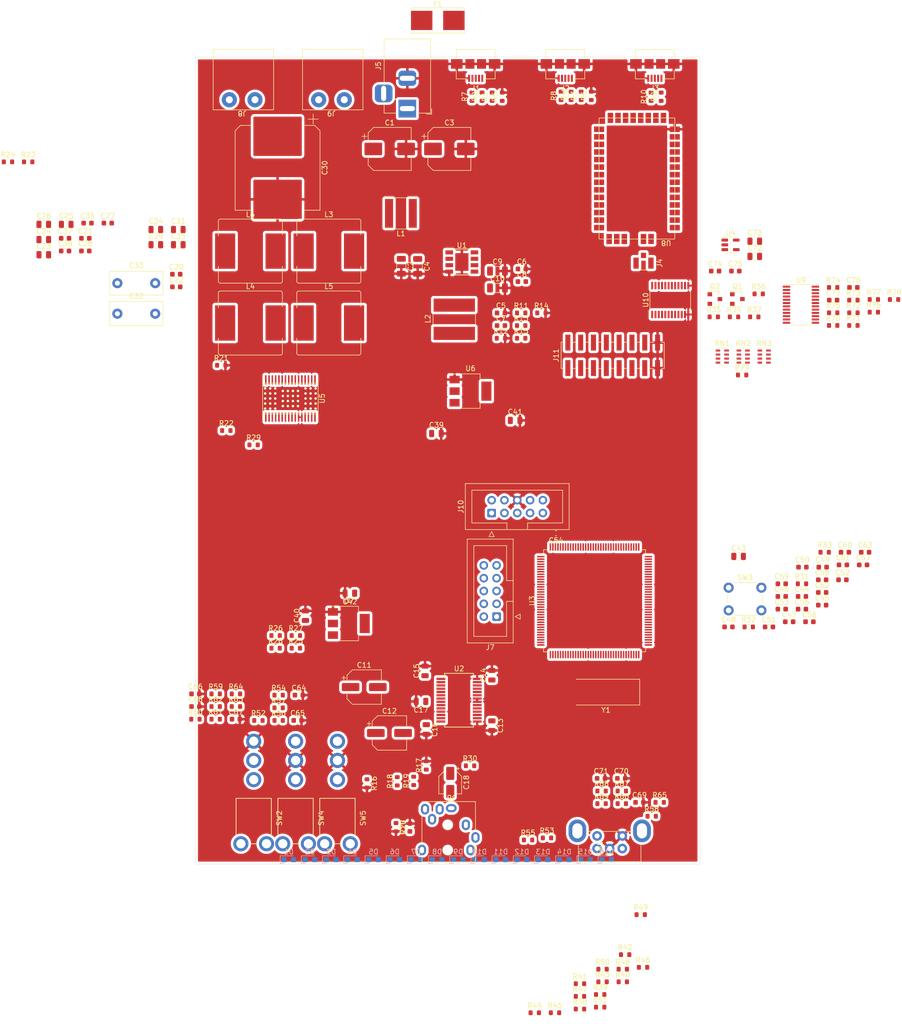
<source format=kicad_pcb>
(kicad_pcb (version 20201116) (generator pcbnew)

  (general
    (thickness 1.6)
  )

  (paper "A4")
  (layers
    (0 "F.Cu" signal)
    (31 "B.Cu" signal)
    (32 "B.Adhes" user "B.Adhesive")
    (33 "F.Adhes" user "F.Adhesive")
    (34 "B.Paste" user)
    (35 "F.Paste" user)
    (36 "B.SilkS" user "B.Silkscreen")
    (37 "F.SilkS" user "F.Silkscreen")
    (38 "B.Mask" user)
    (39 "F.Mask" user)
    (40 "Dwgs.User" user "User.Drawings")
    (41 "Cmts.User" user "User.Comments")
    (42 "Eco1.User" user "User.Eco1")
    (43 "Eco2.User" user "User.Eco2")
    (44 "Edge.Cuts" user)
    (45 "Margin" user)
    (46 "B.CrtYd" user "B.Courtyard")
    (47 "F.CrtYd" user "F.Courtyard")
    (48 "B.Fab" user)
    (49 "F.Fab" user)
  )

  (setup
    (pcbplotparams
      (layerselection 0x00010fc_ffffffff)
      (disableapertmacros false)
      (usegerberextensions false)
      (usegerberattributes true)
      (usegerberadvancedattributes true)
      (creategerberjobfile true)
      (svguseinch false)
      (svgprecision 6)
      (excludeedgelayer true)
      (plotframeref false)
      (viasonmask false)
      (mode 1)
      (useauxorigin false)
      (hpglpennumber 1)
      (hpglpenspeed 20)
      (hpglpendiameter 15.000000)
      (psnegative false)
      (psa4output false)
      (plotreference true)
      (plotvalue true)
      (plotinvisibletext false)
      (sketchpadsonfab false)
      (subtractmaskfromsilk false)
      (outputformat 1)
      (mirror false)
      (drillshape 1)
      (scaleselection 1)
      (outputdirectory "")
    )
  )


  (net 0 "")
  (net 1 "/~SPK_FAULT")
  (net 2 "/Processor/~RST")
  (net 3 "Net-(J10-Pad5)")
  (net 4 "/Processor/SWCLK")
  (net 5 "/~SPK_SD")
  (net 6 "/HP_DETECT")
  (net 7 "+5V")
  (net 8 "Net-(J10-Pad3)")
  (net 9 "/Processor/SWDIO")
  (net 10 "/BT_MFB")
  (net 11 "/MIC2")
  (net 12 "GND")
  (net 13 "Net-(R58-Pad2)")
  (net 14 "Net-(R59-Pad2)")
  (net 15 "/MIC1")
  (net 16 "Net-(D1-Pad1)")
  (net 17 "Net-(C31-Pad1)")
  (net 18 "Net-(C25-Pad2)")
  (net 19 "Net-(C24-Pad2)")
  (net 20 "Net-(C24-Pad1)")
  (net 21 "Net-(C25-Pad1)")
  (net 22 "Net-(C1-Pad1)")
  (net 23 "/19V_ANALOG")
  (net 24 "Net-(C5-Pad1)")
  (net 25 "Net-(C6-Pad1)")
  (net 26 "Net-(C7-Pad1)")
  (net 27 "Net-(C7-Pad2)")
  (net 28 "Net-(C8-Pad1)")
  (net 29 "+3.3VA")
  (net 30 "Net-(C11-Pad1)")
  (net 31 "Net-(C11-Pad2)")
  (net 32 "Net-(C12-Pad1)")
  (net 33 "Net-(C12-Pad2)")
  (net 34 "Net-(C13-Pad1)")
  (net 35 "/Speaker Amplifier/3.3V")
  (net 36 "Net-(C18-Pad1)")
  (net 37 "Net-(C18-Pad2)")
  (net 38 "Net-(C20-Pad1)")
  (net 39 "Net-(C23-Pad1)")
  (net 40 "Net-(C23-Pad2)")
  (net 41 "Net-(C26-Pad1)")
  (net 42 "Net-(C26-Pad2)")
  (net 43 "Net-(C29-Pad1)")
  (net 44 "Net-(C32-Pad1)")
  (net 45 "Net-(C33-Pad1)")
  (net 46 "Net-(C36-Pad1)")
  (net 47 "Net-(C36-Pad2)")
  (net 48 "Net-(C37-Pad1)")
  (net 49 "Net-(F1-Pad2)")
  (net 50 "Net-(J1-Pad1)")
  (net 51 "Net-(J1-Pad2)")
  (net 52 "Net-(J1-Pad3)")
  (net 53 "Net-(J1-Pad4)")
  (net 54 "Net-(J2-Pad1)")
  (net 55 "Net-(J2-Pad2)")
  (net 56 "Net-(J2-Pad3)")
  (net 57 "Net-(J2-Pad4)")
  (net 58 "Net-(J3-Pad1)")
  (net 59 "Net-(J3-Pad2)")
  (net 60 "Net-(J3-Pad3)")
  (net 61 "Net-(J3-Pad4)")
  (net 62 "Net-(J5-Pad3)")
  (net 63 "/Processor/USB1_DETECT")
  (net 64 "/Processor/USB1_DM")
  (net 65 "/Processor/USB2_DETECT")
  (net 66 "/Processor/USB2_DM")
  (net 67 "/Processor/USB1_DP")
  (net 68 "/Processor/USB2_DP")
  (net 69 "/Bluetooth/USB3_DM")
  (net 70 "/Bluetooth/USB3_DP")
  (net 71 "Net-(R11-Pad1)")
  (net 72 "Net-(R13-Pad1)")
  (net 73 "Net-(R18-Pad2)")
  (net 74 "Net-(R19-Pad2)")
  (net 75 "Net-(R22-Pad1)")
  (net 76 "Net-(SW2-Pad1)")
  (net 77 "Net-(D2-Pad1)")
  (net 78 "/BT2")
  (net 79 "Net-(U2-Pad2)")
  (net 80 "Net-(J4-Pad1)")
  (net 81 "Net-(J4-Pad2)")
  (net 82 "/BT_SPI{slash}~PCM")
  (net 83 "Net-(R25-Pad2)")
  (net 84 "Net-(U2-Pad12)")
  (net 85 "Net-(U2-Pad13)")
  (net 86 "Net-(U2-Pad19)")
  (net 87 "Net-(U2-Pad20)")
  (net 88 "/SDO")
  (net 89 "Net-(R26-Pad2)")
  (net 90 "Net-(D3-Pad1)")
  (net 91 "Net-(U2-Pad26)")
  (net 92 "+3V3")
  (net 93 "/BT_P18")
  (net 94 "/BT_P21")
  (net 95 "Net-(U3-Pad22)")
  (net 96 "Net-(C49-Pad2)")
  (net 97 "Net-(C50-Pad2)")
  (net 98 "/Bluetooth/SCL_1V8")
  (net 99 "Net-(U3-Pad26)")
  (net 100 "Net-(U3-Pad27)")
  (net 101 "/AMP_I2S_SDI")
  (net 102 "/AMP_I2S_SDO")
  (net 103 "/BT_P17")
  (net 104 "Net-(U3-Pad44)")
  (net 105 "Net-(U3-Pad45)")
  (net 106 "Net-(U3-Pad46)")
  (net 107 "Net-(U3-Pad47)")
  (net 108 "Net-(U3-Pad48)")
  (net 109 "Net-(U3-Pad49)")
  (net 110 "Net-(U3-Pad50)")
  (net 111 "Net-(R27-Pad2)")
  (net 112 "Net-(R28-Pad2)")
  (net 113 "Net-(U3-Pad56)")
  (net 114 "Net-(U3-Pad57)")
  (net 115 "Net-(U3-Pad58)")
  (net 116 "Net-(U3-Pad59)")
  (net 117 "Net-(U3-Pad60)")
  (net 118 "Net-(U3-Pad63)")
  (net 119 "Net-(U3-Pad64)")
  (net 120 "Net-(U3-Pad65)")
  (net 121 "Net-(U3-Pad66)")
  (net 122 "Net-(U3-Pad67)")
  (net 123 "Net-(U3-Pad68)")
  (net 124 "/AMP_I2S_CK")
  (net 125 "Net-(U3-Pad70)")
  (net 126 "Net-(C52-Pad1)")
  (net 127 "Net-(U3-Pad73)")
  (net 128 "/BT_P16")
  (net 129 "/BT_P6")
  (net 130 "/BT_P7")
  (net 131 "Net-(U3-Pad92)")
  (net 132 "Net-(U3-Pad93)")
  (net 133 "/AMP_I2S_MCK")
  (net 134 "Net-(U3-Pad98)")
  (net 135 "Net-(U3-Pad99)")
  (net 136 "Net-(U3-Pad100)")
  (net 137 "Net-(U3-Pad101)")
  (net 138 "/Bluetooth/SDA_1V8")
  (net 139 "Net-(C54-Pad1)")
  (net 140 "/BT_I2S_WS")
  (net 141 "Net-(U3-Pad111)")
  (net 142 "Net-(U3-Pad112)")
  (net 143 "Net-(U3-Pad113)")
  (net 144 "Net-(U3-Pad114)")
  (net 145 "Net-(U3-Pad115)")
  (net 146 "Net-(U3-Pad116)")
  (net 147 "Net-(U3-Pad117)")
  (net 148 "Net-(U3-Pad118)")
  (net 149 "Net-(U3-Pad119)")
  (net 150 "Net-(U3-Pad122)")
  (net 151 "Net-(U3-Pad123)")
  (net 152 "Net-(U3-Pad124)")
  (net 153 "Net-(U3-Pad127)")
  (net 154 "/BT_I2S_CK")
  (net 155 "/BT_I2S_SDO")
  (net 156 "Net-(U3-Pad139)")
  (net 157 "/AMP_I2S_WS")
  (net 158 "Net-(U3-Pad141)")
  (net 159 "Net-(U3-Pad142)")
  (net 160 "Net-(R52-Pad2)")
  (net 161 "Net-(D4-Pad1)")
  (net 162 "Net-(R54-Pad2)")
  (net 163 "Net-(R29-Pad2)")
  (net 164 "Net-(R30-Pad2)")
  (net 165 "Net-(U8-Pad39)")
  (net 166 "Net-(U8-Pad36)")
  (net 167 "Net-(U8-Pad35)")
  (net 168 "Net-(U8-Pad34)")
  (net 169 "Net-(U8-Pad33)")
  (net 170 "Net-(U8-Pad32)")
  (net 171 "Net-(U8-Pad31)")
  (net 172 "Net-(U8-Pad30)")
  (net 173 "Net-(U8-Pad29)")
  (net 174 "Net-(U8-Pad28)")
  (net 175 "Net-(U9-Pad8)")
  (net 176 "Net-(U8-Pad24)")
  (net 177 "/Bluetooth/3V3_BT")
  (net 178 "Net-(U8-Pad20)")
  (net 179 "Net-(U8-Pad17)")
  (net 180 "Net-(U8-Pad16)")
  (net 181 "Net-(U8-Pad12)")
  (net 182 "/Bluetooth/1V8_BT")
  (net 183 "/Bluetooth/SDO_3V3")
  (net 184 "Net-(R74-Pad1)")
  (net 185 "/Bluetooth/P29_1V8")
  (net 186 "/Bluetooth/P30_1V8")
  (net 187 "/Bluetooth/P18_1V8")
  (net 188 "/Bluetooth/P31_1V8")
  (net 189 "/Bluetooth/P8_1V8")
  (net 190 "/Bluetooth/P9_1V8")
  (net 191 "+1V8")
  (net 192 "Net-(U9-Pad7)")
  (net 193 "/Bluetooth/P21_1V8")
  (net 194 "/Bluetooth/SPI{slash}~PCM_1V8")
  (net 195 "/Bluetooth/SDO_1V8")
  (net 196 "Net-(U10-Pad3)")
  (net 197 "/Bluetooth/SDI_1V8")
  (net 198 "Net-(U10-Pad4)")
  (net 199 "Net-(U10-Pad5)")
  (net 200 "Net-(U10-Pad6)")
  (net 201 "Net-(U9-Pad6)")
  (net 202 "Net-(U9-Pad4)")
  (net 203 "Net-(U9-Pad5)")
  (net 204 "Net-(U10-Pad17)")
  (net 205 "Net-(R32-Pad2)")
  (net 206 "Net-(U10-Pad16)")
  (net 207 "Net-(J10-Pad10)")
  (net 208 "Net-(J10-Pad8)")
  (net 209 "Net-(J10-Pad9)")
  (net 210 "Net-(J10-Pad7)")
  (net 211 "/Bluetooth/CK_1V8")
  (net 212 "/Bluetooth/WS_1V8")
  (net 213 "Net-(R60-Pad2)")
  (net 214 "Net-(D5-Pad1)")
  (net 215 "Net-(R63-Pad2)")
  (net 216 "Net-(D6-Pad1)")
  (net 217 "Net-(D7-Pad1)")
  (net 218 "Net-(D8-Pad1)")
  (net 219 "Net-(D9-Pad1)")
  (net 220 "Net-(D10-Pad1)")
  (net 221 "Net-(D11-Pad1)")
  (net 222 "Net-(D12-Pad1)")
  (net 223 "Net-(D13-Pad1)")
  (net 224 "Net-(D14-Pad1)")
  (net 225 "Net-(D15-Pad1)")
  (net 226 "Net-(D16-Pad1)")
  (net 227 "/AMP_I2C_SCL")
  (net 228 "/VOL0")
  (net 229 "/VOL1")
  (net 230 "/VOL2")
  (net 231 "/VOL3")
  (net 232 "/VOL4")
  (net 233 "/VOL5")
  (net 234 "/VOL6")
  (net 235 "/VOL7")
  (net 236 "/VOL8")
  (net 237 "/VOL9")
  (net 238 "/VOL10")
  (net 239 "/VOL11")
  (net 240 "/VOL12")
  (net 241 "/VOL13")
  (net 242 "/VOL14")
  (net 243 "/BT1")
  (net 244 "/VOL15")
  (net 245 "/ENC_SW")
  (net 246 "Net-(R66-Pad2)")
  (net 247 "/PWR")
  (net 248 "Net-(R67-Pad2)")
  (net 249 "/ENC_A")
  (net 250 "/ENC_B")
  (net 251 "Net-(J6-PadT)")
  (net 252 "Net-(J6-PadSW2)")
  (net 253 "Net-(J6-PadSW1)")
  (net 254 "Net-(J6-PadS)")
  (net 255 "Net-(J6-PadR2)")
  (net 256 "Net-(J6-PadR1)")
  (net 257 "Net-(J6-PadG)")
  (net 258 "Net-(J7-Pad10)")
  (net 259 "/IR")
  (net 260 "/FRONT_SCLK")
  (net 261 "/FRONT_RCLK")
  (net 262 "/FRONT_MOSI")
  (net 263 "Net-(J7-Pad9)")
  (net 264 "Net-(J7-Pad7)")
  (net 265 "/FRONT_~RST")
  (net 266 "Net-(U4-Pad4)")
  (net 267 "Net-(U10-Pad15)")
  (net 268 "Net-(U10-Pad14)")
  (net 269 "Net-(U9-Pad10)")
  (net 270 "Net-(U9-Pad9)")
  (net 271 "Net-(U10-Pad21)")
  (net 272 "Net-(U10-Pad20)")
  (net 273 "Net-(U10-Pad19)")
  (net 274 "Net-(U10-Pad18)")
  (net 275 "/SDO_1")
  (net 276 "/SCL")
  (net 277 "/SDA")
  (net 278 "/SDA_1")
  (net 279 "/Bluetooth/P17_1V8")
  (net 280 "/Bluetooth/P16_1V8")
  (net 281 "/Bluetooth/P7_1V8")
  (net 282 "/Bluetooth/P6_1V8")
  (net 283 "/P31")
  (net 284 "/P8")
  (net 285 "/P9")
  (net 286 "/P29")
  (net 287 "/P30")
  (net 288 "Net-(U3-Pad97)")

  (footprint "Resistor_SMD:R_0603_1608Metric" (layer "F.Cu") (at 137.45 32.725 90))

  (footprint "Resistor_SMD:R_0603_1608Metric" (layer "F.Cu") (at 139.45 32.725 90))

  (footprint "Resistor_SMD:R_0603_1608Metric" (layer "F.Cu") (at 143.45 32.725 90))

  (footprint "Resistor_SMD:R_0603_1608Metric" (layer "F.Cu") (at 123.8 32.9 90))

  (footprint "Connector_USB:USB_Micro-B_Amphenol_10104110_Horizontal" (layer "F.Cu") (at 138.3 27.7 180))

  (footprint "Package_QFP:LQFP-144_20x20mm_P0.5mm" (layer "F.Cu") (at 144.1 132.8 90))

  (footprint "Connector_USB:USB_Micro-B_Amphenol_10104110_Horizontal" (layer "F.Cu") (at 156.05 27.7 180))

  (footprint "Resistor_SMD:R_0603_1608Metric" (layer "F.Cu") (at 125.8 32.9 90))

  (footprint "Resistor_SMD:R_0603_1608Metric" (layer "F.Cu") (at 119.8 32.9 90))

  (footprint "Resistor_SMD:R_0603_1608Metric" (layer "F.Cu") (at 157.3 32.9 90))

  (footprint "Resistor_SMD:R_0603_1608Metric" (layer "F.Cu") (at 121.8 32.9 90))

  (footprint "Resistor_SMD:R_0603_1608Metric" (layer "F.Cu") (at 141.45 32.725 90))

  (footprint "Package_SO:SSOP-28_5.3x10.2mm_P0.65mm" (layer "F.Cu") (at 117.25 152.5))

  (footprint "Package_SO:Diodes_SO-8EP" (layer "F.Cu") (at 117.8025 65.655))

  (footprint "Connector_USB:USB_Micro-B_Amphenol_10104110_Horizontal" (layer "F.Cu") (at 120.55 27.7 180))

  (footprint "Resistor_SMD:R_0603_1608Metric" (layer "F.Cu") (at 155.3 32.9 90))

  (footprint "Connector_BarrelJack:BarrelJack_Horizontal" (layer "F.Cu") (at 107 35.25 -90))

  (footprint "Capacitor_SMD:C_0805_2012Metric" (layer "F.Cu") (at 123.75 157.55 -90))

  (footprint "Capacitor_SMD:C_0805_2012Metric" (layer "F.Cu") (at 123.75 147.55 90))

  (footprint "Capacitor_SMD:C_0805_2012Metric" (layer "F.Cu") (at 110.5 146.7 90))

  (footprint "Resistor_SMD:R_0603_1608Metric" (layer "F.Cu") (at 99 169 -90))

  (footprint "Resistor_SMD:R_0603_1608Metric" (layer "F.Cu") (at 110.75 165.425 90))

  (footprint "Capacitor_SMD:C_0805_2012Metric" (layer "F.Cu") (at 110.75 158.3 -90))

  (footprint "Capacitor_SMD:C_0805_2012Metric" (layer "F.Cu") (at 109.7 152.75 180))

  (footprint "Capacitor_SMD:C_0603_1608Metric" (layer "F.Cu") (at 125.55 75.75))

  (footprint "Capacitor_SMD:C_0603_1608Metric" (layer "F.Cu") (at 125.55 78.26))

  (footprint "Resistor_SMD:R_0603_1608Metric" (layer "F.Cu") (at 129.56 75.75))

  (footprint "Resistor_SMD:R_0603_1608Metric" (layer "F.Cu") (at 125.55 80.77))

  (footprint "Resistor_SMD:R_0603_1608Metric" (layer "F.Cu") (at 129.56 78.26))

  (footprint "Resistor_SMD:R_0603_1608Metric" (layer "F.Cu") (at 133.57 75.75))

  (footprint "Resistor_SMD:R_0603_1608Metric" (layer "F.Cu") (at 129.56 80.77))

  (footprint "Resistor_SMD:R_0603_1608Metric" (layer "F.Cu") (at 108.25 168.5 90))

  (footprint "Resistor_SMD:R_0603_1608Metric" (layer "F.Cu") (at 104.75 177.675 -90))

  (footprint "Resistor_SMD:R_0603_1608Metric" (layer "F.Cu") (at 105 168.575 90))

  (footprint "Capacitor_SMD:CP_Elec_8x10" (layer "F.Cu") (at 103.5 43.25))

  (footprint "Capacitor_SMD:C_1206_3216Metric" (layer "F.Cu") (at 105.8 66.5 -90))

  (footprint "Capacitor_SMD:CP_Elec_8x10" (layer "F.Cu") (at 115.33 43.25))

  (footprint "Capacitor_SMD:C_1206_3216Metric" (layer "F.Cu") (at 109.05 66.525 -90))

  (footprint "Inductor_SMD:L_Bourns-SRN8040_8x8.15mm" (layer "F.Cu") (at 116.3 77 90))

  (footprint "Capacitor_SMD:C_0603_1608Metric" (layer "F.Cu") (at 107.5 177.725 90))

  (footprint "Inductor_SMD:L_Taiyo-Yuden_NR-60xx" (layer "F.Cu") (at 105.72 56.02 180))

  (footprint "Capacitor_SMD:CP_Elec_6.3x7.7" (layer "F.Cu") (at 98.45 149.9))

  (footprint "Capacitor_SMD:CP_Elec_6.3x7.7" (layer "F.Cu")
    (tedit 5BCA39D0) (tstamp 00000000-0000-0000-0000-00005fb07a2f)
    (at 103.45 159)
    (descr "SMD capacitor, aluminum electrolytic, Nichicon, 6.3x7.7mm")
    (tags "capacitor electrolytic")
    (property "Dateiname Blatt" "headphone-amp.kicad_sch")
    (property "Schaltplanname" "Headphone Amplifier")
    (path "/00000000-0000-0000-0000-00005fa5bd36/00000000-0000-0000-0000-00005fb761de")
    (attr smd)
    (fp_text reference "C12" (at 0 -4.35) (layer "F.SilkS")
      (effects (font (size 1 1) (thickness 0.15)))
      (tstamp a64ec2c1-a9af-4f7b-9a31-eb3f672f9902)
    )
    (fp_text value "220uF" (at 0 4.35) (layer "F.Fab")
      (effects (font (size 1 1) (thickness 0.15)))
      (tstamp 1ff3873f-285a-4a30-8ebc-7b3fe0bb7981)
    )
    (fp_text user "${REFERENCE}" (at 0 0) (layer "F.Fab")
      (effects (font (size 1 1) (thickness 0.15)))
      (tstamp 8ed30ed8-073e-464f-99ee-ca229a6b2865)
    )
    (fp_line (start -3.41 -2.345563) (end -2.345563 -3.41) (layer "F.SilkS") (width 0.12) (tstamp 0a04f58f-f25e-4841-a9e7-22e05aac0664))
    (fp_line (start -3.41 2.345563) (end -3.41 1.06) (layer "F.SilkS") (width 0.12) (tstamp 1b422f8d-be42-48a9-affe-79513a3cefbc))
    (fp_line (start -4.4375 -1.8475) (end -3.65 -1.8475) (layer "F.SilkS") (width 0.12) (tstamp 404e15e4-75a8-451f-b270-8ca63c21e5ea))
    (fp_line (start -3.41 2.345563) (end -2.345563 3.41) (layer "F.SilkS") (width 0.12) (tstamp 4a4a0e66-8d00-4129-a8b7-2a7c23a810d8))
    (fp_line (start -2.345563 3.41) (end 3.41 3.41) (layer "F.SilkS") (width 0.12) (tstamp 774834b8-af25-4cf6-9b6f-d36bb8d416fe))
    (fp_line (start -3.41 -2.345563) (end -3.41 -1.06) (layer "F.SilkS") (width 0.12) (tstamp b43ee947-ce47-4858-8a25-51145111d02a))
    (fp_line (start -4.04375 -2.24125) (end -4.04375 -1.45375) (layer "F.SilkS") (width 0.12) (tstamp baadaa39-51b0-4a8e-9821-30a306f5e2b3))
    (fp_line (start 3.41 3.41) (end 3.41 1.06) (layer "F.SilkS") (width 0.12) (tstamp c4f6964a-2a9f-4747-9df5-c7d6251efc0e))
    (fp_line (start -2.345563 -3.41) (end 3.41 -3.41) (layer "F.SilkS") (width 0.12) (tstamp ef31840f-676c-488c-bcdd-a2f27b177c05))
    (fp_line (start 3.41 -3.41) (end 3.41 -1.06) (layer "F.SilkS") (width 0.12) (tstamp f89c8ffd-66d6-4115-ad38-957fd1ff2750))
    (fp_line (start -3.55 1.05) (end -3.55 2.4) (layer "F.CrtYd") (width 0.05) (tstamp 00f3fa49-15ac-44b5-b0f0-780f62509497))
    (fp_line (start -3.55 2.4) (end -2.4 3.55) (layer "F.CrtYd") (width 0.05) (tstamp 240ba7eb-ba9b-41e5-af5b-a7679702b7fc))
    (fp_line (start -2.4 -3.55) (end 3.55 -3.55) (layer "F.CrtYd") (width 0.05) (tstamp 2d11a6c9-5f86-477c-8203-11e110d329e1))
    (fp_line (start -2.4 3.55) (end 3.55 3.55) (layer "F.CrtYd") (width 0.05) (tstamp 3676573c-d5a4-4c6a-a865-ae272e6978e8))
    (fp_line (start 4.7 1.05) (end 3.55 1.05) (layer "F.CrtYd") (width 0.05) (tstamp 3a8a257d-8c60-47ec-aff4-6afe653c1dc5))
    (fp_line (start 4.7 -1.05) (end 4.7 1.05) (layer "F.CrtYd") (width 0.05) (tstamp 4bfe7822-d9fd-4a74-9e8a-751c8c89554b))
    (fp_line (start -4.7 -1.05) (end -4.7 1.05) (layer "F.CrtYd") (width 0.05) (tstamp 58db7c31-e7a0-4b58-8db8-3b2cc7c00506))
    (fp_line (start -3.55 -1.05) (end -4.7 -1.05) (layer "F.CrtYd") (width 0.05) (tstamp 656e4b2f-747b-447d-95b5-580b4c2915fe))
    (fp_line (start 3.55 -3.55) (end 3.55 -1.05) (layer "F.CrtYd") (width 0.05) (tstamp 6ec90fdb-7c31-44f9-98c4-76550628a52c))
    (fp_line (start -3.55 -2.4) (end -3.55 -1.05) (layer "F.CrtYd") (width 0.05) (tstamp 757f6517-f627-48b3-9819-3b58336ddd3e))
    (fp_line (start 3.55 1.05) (end 3.55 3.55) (layer "F.CrtYd") (width 0.05) (tstamp 78c3f28f-54e1-414b-a4ef-49f20801d31c))
    (fp_line (start -4.7 1.05) (end -3.55 1.05) (layer "F.CrtYd") (width 0.05) 
... [1502811 chars truncated]
</source>
